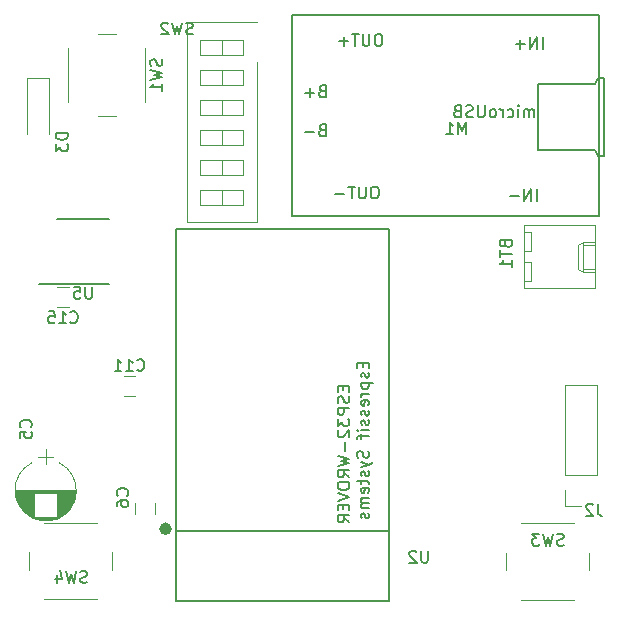
<source format=gbo>
G04 #@! TF.FileFunction,Legend,Bot*
%FSLAX46Y46*%
G04 Gerber Fmt 4.6, Leading zero omitted, Abs format (unit mm)*
G04 Created by KiCad (PCBNEW 4.0.6) date 10/19/17 05:59:14*
%MOMM*%
%LPD*%
G01*
G04 APERTURE LIST*
%ADD10C,0.100000*%
%ADD11C,0.500000*%
%ADD12C,0.150000*%
%ADD13C,0.120000*%
G04 APERTURE END LIST*
D10*
D11*
X180111981Y-132080000D02*
G75*
G03X180111981Y-132080000I-283981J0D01*
G01*
D12*
X198734000Y-132226000D02*
X180734000Y-132226000D01*
X180734000Y-138226000D02*
X180734000Y-106726000D01*
X198734000Y-138226000D02*
X198734000Y-106726000D01*
X198734000Y-106726000D02*
X180734000Y-106726000D01*
X198734000Y-138226000D02*
X180734000Y-138226000D01*
D13*
X214442800Y-138088000D02*
X209942800Y-138088000D01*
X215692800Y-134088000D02*
X215692800Y-135588000D01*
X209942800Y-131588000D02*
X214442800Y-131588000D01*
X208692800Y-135588000D02*
X208692800Y-134088000D01*
D12*
X216490000Y-105591500D02*
X190500000Y-105591500D01*
X216500000Y-88591500D02*
X190500000Y-88591500D01*
X216970000Y-100451500D02*
X216970000Y-93901500D01*
X216956000Y-100479500D02*
X216448000Y-100479500D01*
X216448000Y-100479500D02*
X216194000Y-99971500D01*
X216194000Y-99971500D02*
X215940000Y-99971500D01*
X216956000Y-93875500D02*
X216448000Y-93875500D01*
X216448000Y-93875500D02*
X216194000Y-94383500D01*
X216194000Y-94383500D02*
X211368000Y-94383500D01*
X211368000Y-94383500D02*
X211368000Y-99971500D01*
X211368000Y-99971500D02*
X215940000Y-99971500D01*
X216496000Y-105591500D02*
X216496000Y-88591500D01*
X190494000Y-88591500D02*
X190494000Y-105591500D01*
D13*
X210149500Y-106389500D02*
X216149500Y-106389500D01*
X216149500Y-106389500D02*
X216149500Y-111669500D01*
X216149500Y-111669500D02*
X210149500Y-111669500D01*
X210149500Y-111669500D02*
X210149500Y-106389500D01*
X216149500Y-107759500D02*
X215149500Y-107759500D01*
X215149500Y-107759500D02*
X215149500Y-110299500D01*
X215149500Y-110299500D02*
X216149500Y-110299500D01*
X215149500Y-107759500D02*
X214719500Y-108009500D01*
X214719500Y-108009500D02*
X214719500Y-110049500D01*
X214719500Y-110049500D02*
X215149500Y-110299500D01*
X216149500Y-108009500D02*
X215149500Y-108009500D01*
X216149500Y-110049500D02*
X215149500Y-110049500D01*
X210149500Y-106959500D02*
X210769500Y-106959500D01*
X210769500Y-106959500D02*
X210769500Y-108559500D01*
X210769500Y-108559500D02*
X210149500Y-108559500D01*
X210149500Y-109499500D02*
X210769500Y-109499500D01*
X210769500Y-109499500D02*
X210769500Y-111099500D01*
X210769500Y-111099500D02*
X210149500Y-111099500D01*
X168492277Y-131114522D02*
G75*
G02X168492000Y-126503220I1179723J2305722D01*
G01*
X170851723Y-131114522D02*
G75*
G03X170852000Y-126503220I-1179723J2305722D01*
G01*
X170851723Y-131114522D02*
G75*
G02X168492000Y-131114380I-1179723J2305722D01*
G01*
X167122000Y-128808800D02*
X172222000Y-128808800D01*
X167122000Y-128848800D02*
X172222000Y-128848800D01*
X167123000Y-128888800D02*
X172221000Y-128888800D01*
X167124000Y-128928800D02*
X172220000Y-128928800D01*
X167126000Y-128968800D02*
X172218000Y-128968800D01*
X167129000Y-129008800D02*
X172215000Y-129008800D01*
X167133000Y-129048800D02*
X172211000Y-129048800D01*
X167137000Y-129088800D02*
X168692000Y-129088800D01*
X170652000Y-129088800D02*
X172207000Y-129088800D01*
X167141000Y-129128800D02*
X168692000Y-129128800D01*
X170652000Y-129128800D02*
X172203000Y-129128800D01*
X167147000Y-129168800D02*
X168692000Y-129168800D01*
X170652000Y-129168800D02*
X172197000Y-129168800D01*
X167153000Y-129208800D02*
X168692000Y-129208800D01*
X170652000Y-129208800D02*
X172191000Y-129208800D01*
X167159000Y-129248800D02*
X168692000Y-129248800D01*
X170652000Y-129248800D02*
X172185000Y-129248800D01*
X167166000Y-129288800D02*
X168692000Y-129288800D01*
X170652000Y-129288800D02*
X172178000Y-129288800D01*
X167174000Y-129328800D02*
X168692000Y-129328800D01*
X170652000Y-129328800D02*
X172170000Y-129328800D01*
X167183000Y-129368800D02*
X168692000Y-129368800D01*
X170652000Y-129368800D02*
X172161000Y-129368800D01*
X167192000Y-129408800D02*
X168692000Y-129408800D01*
X170652000Y-129408800D02*
X172152000Y-129408800D01*
X167202000Y-129448800D02*
X168692000Y-129448800D01*
X170652000Y-129448800D02*
X172142000Y-129448800D01*
X167212000Y-129488800D02*
X168692000Y-129488800D01*
X170652000Y-129488800D02*
X172132000Y-129488800D01*
X167224000Y-129529800D02*
X168692000Y-129529800D01*
X170652000Y-129529800D02*
X172120000Y-129529800D01*
X167236000Y-129569800D02*
X168692000Y-129569800D01*
X170652000Y-129569800D02*
X172108000Y-129569800D01*
X167248000Y-129609800D02*
X168692000Y-129609800D01*
X170652000Y-129609800D02*
X172096000Y-129609800D01*
X167262000Y-129649800D02*
X168692000Y-129649800D01*
X170652000Y-129649800D02*
X172082000Y-129649800D01*
X167276000Y-129689800D02*
X168692000Y-129689800D01*
X170652000Y-129689800D02*
X172068000Y-129689800D01*
X167290000Y-129729800D02*
X168692000Y-129729800D01*
X170652000Y-129729800D02*
X172054000Y-129729800D01*
X167306000Y-129769800D02*
X168692000Y-129769800D01*
X170652000Y-129769800D02*
X172038000Y-129769800D01*
X167322000Y-129809800D02*
X168692000Y-129809800D01*
X170652000Y-129809800D02*
X172022000Y-129809800D01*
X167339000Y-129849800D02*
X168692000Y-129849800D01*
X170652000Y-129849800D02*
X172005000Y-129849800D01*
X167357000Y-129889800D02*
X168692000Y-129889800D01*
X170652000Y-129889800D02*
X171987000Y-129889800D01*
X167376000Y-129929800D02*
X168692000Y-129929800D01*
X170652000Y-129929800D02*
X171968000Y-129929800D01*
X167396000Y-129969800D02*
X168692000Y-129969800D01*
X170652000Y-129969800D02*
X171948000Y-129969800D01*
X167416000Y-130009800D02*
X168692000Y-130009800D01*
X170652000Y-130009800D02*
X171928000Y-130009800D01*
X167438000Y-130049800D02*
X168692000Y-130049800D01*
X170652000Y-130049800D02*
X171906000Y-130049800D01*
X167460000Y-130089800D02*
X168692000Y-130089800D01*
X170652000Y-130089800D02*
X171884000Y-130089800D01*
X167483000Y-130129800D02*
X168692000Y-130129800D01*
X170652000Y-130129800D02*
X171861000Y-130129800D01*
X167507000Y-130169800D02*
X168692000Y-130169800D01*
X170652000Y-130169800D02*
X171837000Y-130169800D01*
X167532000Y-130209800D02*
X168692000Y-130209800D01*
X170652000Y-130209800D02*
X171812000Y-130209800D01*
X167559000Y-130249800D02*
X168692000Y-130249800D01*
X170652000Y-130249800D02*
X171785000Y-130249800D01*
X167586000Y-130289800D02*
X168692000Y-130289800D01*
X170652000Y-130289800D02*
X171758000Y-130289800D01*
X167614000Y-130329800D02*
X168692000Y-130329800D01*
X170652000Y-130329800D02*
X171730000Y-130329800D01*
X167644000Y-130369800D02*
X168692000Y-130369800D01*
X170652000Y-130369800D02*
X171700000Y-130369800D01*
X167675000Y-130409800D02*
X168692000Y-130409800D01*
X170652000Y-130409800D02*
X171669000Y-130409800D01*
X167707000Y-130449800D02*
X168692000Y-130449800D01*
X170652000Y-130449800D02*
X171637000Y-130449800D01*
X167740000Y-130489800D02*
X168692000Y-130489800D01*
X170652000Y-130489800D02*
X171604000Y-130489800D01*
X167775000Y-130529800D02*
X168692000Y-130529800D01*
X170652000Y-130529800D02*
X171569000Y-130529800D01*
X167811000Y-130569800D02*
X168692000Y-130569800D01*
X170652000Y-130569800D02*
X171533000Y-130569800D01*
X167849000Y-130609800D02*
X168692000Y-130609800D01*
X170652000Y-130609800D02*
X171495000Y-130609800D01*
X167889000Y-130649800D02*
X168692000Y-130649800D01*
X170652000Y-130649800D02*
X171455000Y-130649800D01*
X167930000Y-130689800D02*
X168692000Y-130689800D01*
X170652000Y-130689800D02*
X171414000Y-130689800D01*
X167973000Y-130729800D02*
X168692000Y-130729800D01*
X170652000Y-130729800D02*
X171371000Y-130729800D01*
X168018000Y-130769800D02*
X168692000Y-130769800D01*
X170652000Y-130769800D02*
X171326000Y-130769800D01*
X168066000Y-130809800D02*
X168692000Y-130809800D01*
X170652000Y-130809800D02*
X171278000Y-130809800D01*
X168116000Y-130849800D02*
X168692000Y-130849800D01*
X170652000Y-130849800D02*
X171228000Y-130849800D01*
X168168000Y-130889800D02*
X168692000Y-130889800D01*
X170652000Y-130889800D02*
X171176000Y-130889800D01*
X168224000Y-130929800D02*
X168692000Y-130929800D01*
X170652000Y-130929800D02*
X171120000Y-130929800D01*
X168282000Y-130969800D02*
X168692000Y-130969800D01*
X170652000Y-130969800D02*
X171062000Y-130969800D01*
X168345000Y-131009800D02*
X168692000Y-131009800D01*
X170652000Y-131009800D02*
X170999000Y-131009800D01*
X168411000Y-131049800D02*
X170933000Y-131049800D01*
X168483000Y-131089800D02*
X170861000Y-131089800D01*
X168560000Y-131129800D02*
X170784000Y-131129800D01*
X168644000Y-131169800D02*
X170700000Y-131169800D01*
X168738000Y-131209800D02*
X170606000Y-131209800D01*
X168843000Y-131249800D02*
X170501000Y-131249800D01*
X168965000Y-131289800D02*
X170379000Y-131289800D01*
X169113000Y-131329800D02*
X170231000Y-131329800D01*
X169318000Y-131369800D02*
X170026000Y-131369800D01*
X169672000Y-125358800D02*
X169672000Y-126558800D01*
X169022000Y-125958800D02*
X170322000Y-125958800D01*
X177267500Y-130865500D02*
X177267500Y-129865500D01*
X178967500Y-129865500D02*
X178967500Y-130865500D01*
X176284000Y-119165000D02*
X177284000Y-119165000D01*
X177284000Y-120865000D02*
X176284000Y-120865000D01*
X171632500Y-113308500D02*
X170632500Y-113308500D01*
X170632500Y-111608500D02*
X171632500Y-111608500D01*
X168087000Y-93928000D02*
X169987000Y-93928000D01*
X169987000Y-93928000D02*
X169987000Y-98628000D01*
X168087000Y-93928000D02*
X168087000Y-98628000D01*
X171601500Y-95901000D02*
X171601500Y-91401000D01*
X175601500Y-97151000D02*
X174101500Y-97151000D01*
X178101500Y-91401000D02*
X178101500Y-95901000D01*
X174101500Y-90151000D02*
X175601500Y-90151000D01*
X169503600Y-131558400D02*
X174003600Y-131558400D01*
X168253600Y-135558400D02*
X168253600Y-134058400D01*
X174003600Y-138058400D02*
X169503600Y-138058400D01*
X175253600Y-134058400D02*
X175253600Y-135558400D01*
D12*
X170647000Y-105860000D02*
X175047000Y-105860000D01*
X169072000Y-111385000D02*
X175047000Y-111385000D01*
D13*
X187559500Y-89203000D02*
X181629500Y-89203000D01*
X181629500Y-89203000D02*
X181629500Y-106123000D01*
X181629500Y-106123000D02*
X187559500Y-106123000D01*
X187559500Y-106123000D02*
X187559500Y-92583000D01*
X186404500Y-90678000D02*
X186404500Y-91948000D01*
X186404500Y-91948000D02*
X182784500Y-91948000D01*
X182784500Y-91948000D02*
X182784500Y-90678000D01*
X182784500Y-90678000D02*
X186404500Y-90678000D01*
X184594500Y-90678000D02*
X184594500Y-91948000D01*
X186404500Y-93218000D02*
X186404500Y-94488000D01*
X186404500Y-94488000D02*
X182784500Y-94488000D01*
X182784500Y-94488000D02*
X182784500Y-93218000D01*
X182784500Y-93218000D02*
X186404500Y-93218000D01*
X184594500Y-93218000D02*
X184594500Y-94488000D01*
X186404500Y-95758000D02*
X186404500Y-97028000D01*
X186404500Y-97028000D02*
X182784500Y-97028000D01*
X182784500Y-97028000D02*
X182784500Y-95758000D01*
X182784500Y-95758000D02*
X186404500Y-95758000D01*
X184594500Y-95758000D02*
X184594500Y-97028000D01*
X186404500Y-98298000D02*
X186404500Y-99568000D01*
X186404500Y-99568000D02*
X182784500Y-99568000D01*
X182784500Y-99568000D02*
X182784500Y-98298000D01*
X182784500Y-98298000D02*
X186404500Y-98298000D01*
X184594500Y-98298000D02*
X184594500Y-99568000D01*
X186404500Y-100838000D02*
X186404500Y-102108000D01*
X186404500Y-102108000D02*
X182784500Y-102108000D01*
X182784500Y-102108000D02*
X182784500Y-100838000D01*
X182784500Y-100838000D02*
X186404500Y-100838000D01*
X184594500Y-100838000D02*
X184594500Y-102108000D01*
X186404500Y-103378000D02*
X186404500Y-104648000D01*
X186404500Y-104648000D02*
X182784500Y-104648000D01*
X182784500Y-104648000D02*
X182784500Y-103378000D01*
X182784500Y-103378000D02*
X186404500Y-103378000D01*
X184594500Y-103378000D02*
X184594500Y-104648000D01*
X213655600Y-119878800D02*
X216315600Y-119878800D01*
X213655600Y-127558800D02*
X213655600Y-119878800D01*
X216315600Y-127558800D02*
X216315600Y-119878800D01*
X213655600Y-127558800D02*
X216315600Y-127558800D01*
X213655600Y-128828800D02*
X213655600Y-130158800D01*
X213655600Y-130158800D02*
X214985600Y-130158800D01*
D12*
X202052905Y-133945381D02*
X202052905Y-134754905D01*
X202005286Y-134850143D01*
X201957667Y-134897762D01*
X201862429Y-134945381D01*
X201671952Y-134945381D01*
X201576714Y-134897762D01*
X201529095Y-134850143D01*
X201481476Y-134754905D01*
X201481476Y-133945381D01*
X201052905Y-134040619D02*
X201005286Y-133993000D01*
X200910048Y-133945381D01*
X200671952Y-133945381D01*
X200576714Y-133993000D01*
X200529095Y-134040619D01*
X200481476Y-134135857D01*
X200481476Y-134231095D01*
X200529095Y-134373952D01*
X201100524Y-134945381D01*
X200481476Y-134945381D01*
X196520571Y-118015570D02*
X196520571Y-118348904D01*
X197044381Y-118491761D02*
X197044381Y-118015570D01*
X196044381Y-118015570D01*
X196044381Y-118491761D01*
X196996762Y-118872713D02*
X197044381Y-118967951D01*
X197044381Y-119158427D01*
X196996762Y-119253666D01*
X196901524Y-119301285D01*
X196853905Y-119301285D01*
X196758667Y-119253666D01*
X196711048Y-119158427D01*
X196711048Y-119015570D01*
X196663429Y-118920332D01*
X196568190Y-118872713D01*
X196520571Y-118872713D01*
X196425333Y-118920332D01*
X196377714Y-119015570D01*
X196377714Y-119158427D01*
X196425333Y-119253666D01*
X196377714Y-119729856D02*
X197377714Y-119729856D01*
X196425333Y-119729856D02*
X196377714Y-119825094D01*
X196377714Y-120015571D01*
X196425333Y-120110809D01*
X196472952Y-120158428D01*
X196568190Y-120206047D01*
X196853905Y-120206047D01*
X196949143Y-120158428D01*
X196996762Y-120110809D01*
X197044381Y-120015571D01*
X197044381Y-119825094D01*
X196996762Y-119729856D01*
X197044381Y-120634618D02*
X196377714Y-120634618D01*
X196568190Y-120634618D02*
X196472952Y-120682237D01*
X196425333Y-120729856D01*
X196377714Y-120825094D01*
X196377714Y-120920333D01*
X196996762Y-121634619D02*
X197044381Y-121539381D01*
X197044381Y-121348904D01*
X196996762Y-121253666D01*
X196901524Y-121206047D01*
X196520571Y-121206047D01*
X196425333Y-121253666D01*
X196377714Y-121348904D01*
X196377714Y-121539381D01*
X196425333Y-121634619D01*
X196520571Y-121682238D01*
X196615810Y-121682238D01*
X196711048Y-121206047D01*
X196996762Y-122063190D02*
X197044381Y-122158428D01*
X197044381Y-122348904D01*
X196996762Y-122444143D01*
X196901524Y-122491762D01*
X196853905Y-122491762D01*
X196758667Y-122444143D01*
X196711048Y-122348904D01*
X196711048Y-122206047D01*
X196663429Y-122110809D01*
X196568190Y-122063190D01*
X196520571Y-122063190D01*
X196425333Y-122110809D01*
X196377714Y-122206047D01*
X196377714Y-122348904D01*
X196425333Y-122444143D01*
X196996762Y-122872714D02*
X197044381Y-122967952D01*
X197044381Y-123158428D01*
X196996762Y-123253667D01*
X196901524Y-123301286D01*
X196853905Y-123301286D01*
X196758667Y-123253667D01*
X196711048Y-123158428D01*
X196711048Y-123015571D01*
X196663429Y-122920333D01*
X196568190Y-122872714D01*
X196520571Y-122872714D01*
X196425333Y-122920333D01*
X196377714Y-123015571D01*
X196377714Y-123158428D01*
X196425333Y-123253667D01*
X197044381Y-123729857D02*
X196377714Y-123729857D01*
X196044381Y-123729857D02*
X196092000Y-123682238D01*
X196139619Y-123729857D01*
X196092000Y-123777476D01*
X196044381Y-123729857D01*
X196139619Y-123729857D01*
X196377714Y-124063190D02*
X196377714Y-124444142D01*
X197044381Y-124206047D02*
X196187238Y-124206047D01*
X196092000Y-124253666D01*
X196044381Y-124348904D01*
X196044381Y-124444142D01*
X196996762Y-125491762D02*
X197044381Y-125634619D01*
X197044381Y-125872715D01*
X196996762Y-125967953D01*
X196949143Y-126015572D01*
X196853905Y-126063191D01*
X196758667Y-126063191D01*
X196663429Y-126015572D01*
X196615810Y-125967953D01*
X196568190Y-125872715D01*
X196520571Y-125682238D01*
X196472952Y-125587000D01*
X196425333Y-125539381D01*
X196330095Y-125491762D01*
X196234857Y-125491762D01*
X196139619Y-125539381D01*
X196092000Y-125587000D01*
X196044381Y-125682238D01*
X196044381Y-125920334D01*
X196092000Y-126063191D01*
X196377714Y-126396524D02*
X197044381Y-126634619D01*
X196377714Y-126872715D02*
X197044381Y-126634619D01*
X197282476Y-126539381D01*
X197330095Y-126491762D01*
X197377714Y-126396524D01*
X196996762Y-127206048D02*
X197044381Y-127301286D01*
X197044381Y-127491762D01*
X196996762Y-127587001D01*
X196901524Y-127634620D01*
X196853905Y-127634620D01*
X196758667Y-127587001D01*
X196711048Y-127491762D01*
X196711048Y-127348905D01*
X196663429Y-127253667D01*
X196568190Y-127206048D01*
X196520571Y-127206048D01*
X196425333Y-127253667D01*
X196377714Y-127348905D01*
X196377714Y-127491762D01*
X196425333Y-127587001D01*
X196377714Y-127920334D02*
X196377714Y-128301286D01*
X196044381Y-128063191D02*
X196901524Y-128063191D01*
X196996762Y-128110810D01*
X197044381Y-128206048D01*
X197044381Y-128301286D01*
X196996762Y-129015573D02*
X197044381Y-128920335D01*
X197044381Y-128729858D01*
X196996762Y-128634620D01*
X196901524Y-128587001D01*
X196520571Y-128587001D01*
X196425333Y-128634620D01*
X196377714Y-128729858D01*
X196377714Y-128920335D01*
X196425333Y-129015573D01*
X196520571Y-129063192D01*
X196615810Y-129063192D01*
X196711048Y-128587001D01*
X197044381Y-129491763D02*
X196377714Y-129491763D01*
X196472952Y-129491763D02*
X196425333Y-129539382D01*
X196377714Y-129634620D01*
X196377714Y-129777478D01*
X196425333Y-129872716D01*
X196520571Y-129920335D01*
X197044381Y-129920335D01*
X196520571Y-129920335D02*
X196425333Y-129967954D01*
X196377714Y-130063192D01*
X196377714Y-130206049D01*
X196425333Y-130301287D01*
X196520571Y-130348906D01*
X197044381Y-130348906D01*
X196996762Y-130777477D02*
X197044381Y-130872715D01*
X197044381Y-131063191D01*
X196996762Y-131158430D01*
X196901524Y-131206049D01*
X196853905Y-131206049D01*
X196758667Y-131158430D01*
X196711048Y-131063191D01*
X196711048Y-130920334D01*
X196663429Y-130825096D01*
X196568190Y-130777477D01*
X196520571Y-130777477D01*
X196425333Y-130825096D01*
X196377714Y-130920334D01*
X196377714Y-131063191D01*
X196425333Y-131158430D01*
X194869571Y-119991905D02*
X194869571Y-120325239D01*
X195393381Y-120468096D02*
X195393381Y-119991905D01*
X194393381Y-119991905D01*
X194393381Y-120468096D01*
X195345762Y-120849048D02*
X195393381Y-120991905D01*
X195393381Y-121230001D01*
X195345762Y-121325239D01*
X195298143Y-121372858D01*
X195202905Y-121420477D01*
X195107667Y-121420477D01*
X195012429Y-121372858D01*
X194964810Y-121325239D01*
X194917190Y-121230001D01*
X194869571Y-121039524D01*
X194821952Y-120944286D01*
X194774333Y-120896667D01*
X194679095Y-120849048D01*
X194583857Y-120849048D01*
X194488619Y-120896667D01*
X194441000Y-120944286D01*
X194393381Y-121039524D01*
X194393381Y-121277620D01*
X194441000Y-121420477D01*
X195393381Y-121849048D02*
X194393381Y-121849048D01*
X194393381Y-122230001D01*
X194441000Y-122325239D01*
X194488619Y-122372858D01*
X194583857Y-122420477D01*
X194726714Y-122420477D01*
X194821952Y-122372858D01*
X194869571Y-122325239D01*
X194917190Y-122230001D01*
X194917190Y-121849048D01*
X194393381Y-122753810D02*
X194393381Y-123372858D01*
X194774333Y-123039524D01*
X194774333Y-123182382D01*
X194821952Y-123277620D01*
X194869571Y-123325239D01*
X194964810Y-123372858D01*
X195202905Y-123372858D01*
X195298143Y-123325239D01*
X195345762Y-123277620D01*
X195393381Y-123182382D01*
X195393381Y-122896667D01*
X195345762Y-122801429D01*
X195298143Y-122753810D01*
X194488619Y-123753810D02*
X194441000Y-123801429D01*
X194393381Y-123896667D01*
X194393381Y-124134763D01*
X194441000Y-124230001D01*
X194488619Y-124277620D01*
X194583857Y-124325239D01*
X194679095Y-124325239D01*
X194821952Y-124277620D01*
X195393381Y-123706191D01*
X195393381Y-124325239D01*
X195012429Y-124753810D02*
X195012429Y-125515715D01*
X194393381Y-125896667D02*
X195393381Y-126134762D01*
X194679095Y-126325239D01*
X195393381Y-126515715D01*
X194393381Y-126753810D01*
X195393381Y-127706191D02*
X194917190Y-127372857D01*
X195393381Y-127134762D02*
X194393381Y-127134762D01*
X194393381Y-127515715D01*
X194441000Y-127610953D01*
X194488619Y-127658572D01*
X194583857Y-127706191D01*
X194726714Y-127706191D01*
X194821952Y-127658572D01*
X194869571Y-127610953D01*
X194917190Y-127515715D01*
X194917190Y-127134762D01*
X194393381Y-128325238D02*
X194393381Y-128515715D01*
X194441000Y-128610953D01*
X194536238Y-128706191D01*
X194726714Y-128753810D01*
X195060048Y-128753810D01*
X195250524Y-128706191D01*
X195345762Y-128610953D01*
X195393381Y-128515715D01*
X195393381Y-128325238D01*
X195345762Y-128230000D01*
X195250524Y-128134762D01*
X195060048Y-128087143D01*
X194726714Y-128087143D01*
X194536238Y-128134762D01*
X194441000Y-128230000D01*
X194393381Y-128325238D01*
X194393381Y-129039524D02*
X195393381Y-129372857D01*
X194393381Y-129706191D01*
X194869571Y-130039524D02*
X194869571Y-130372858D01*
X195393381Y-130515715D02*
X195393381Y-130039524D01*
X194393381Y-130039524D01*
X194393381Y-130515715D01*
X195393381Y-131515715D02*
X194917190Y-131182381D01*
X195393381Y-130944286D02*
X194393381Y-130944286D01*
X194393381Y-131325239D01*
X194441000Y-131420477D01*
X194488619Y-131468096D01*
X194583857Y-131515715D01*
X194726714Y-131515715D01*
X194821952Y-131468096D01*
X194869571Y-131420477D01*
X194917190Y-131325239D01*
X194917190Y-130944286D01*
X213524933Y-133449962D02*
X213382076Y-133497581D01*
X213143980Y-133497581D01*
X213048742Y-133449962D01*
X213001123Y-133402343D01*
X212953504Y-133307105D01*
X212953504Y-133211867D01*
X213001123Y-133116629D01*
X213048742Y-133069010D01*
X213143980Y-133021390D01*
X213334457Y-132973771D01*
X213429695Y-132926152D01*
X213477314Y-132878533D01*
X213524933Y-132783295D01*
X213524933Y-132688057D01*
X213477314Y-132592819D01*
X213429695Y-132545200D01*
X213334457Y-132497581D01*
X213096361Y-132497581D01*
X212953504Y-132545200D01*
X212620171Y-132497581D02*
X212382076Y-133497581D01*
X212191599Y-132783295D01*
X212001123Y-133497581D01*
X211763028Y-132497581D01*
X211477314Y-132497581D02*
X210858266Y-132497581D01*
X211191600Y-132878533D01*
X211048742Y-132878533D01*
X210953504Y-132926152D01*
X210905885Y-132973771D01*
X210858266Y-133069010D01*
X210858266Y-133307105D01*
X210905885Y-133402343D01*
X210953504Y-133449962D01*
X211048742Y-133497581D01*
X211334457Y-133497581D01*
X211429695Y-133449962D01*
X211477314Y-133402343D01*
X205275524Y-98673881D02*
X205275524Y-97673881D01*
X204942190Y-98388167D01*
X204608857Y-97673881D01*
X204608857Y-98673881D01*
X203608857Y-98673881D02*
X204180286Y-98673881D01*
X203894572Y-98673881D02*
X203894572Y-97673881D01*
X203989810Y-97816738D01*
X204085048Y-97911976D01*
X204180286Y-97959595D01*
X211027543Y-97226381D02*
X211027543Y-96559714D01*
X211027543Y-96654952D02*
X210979924Y-96607333D01*
X210884686Y-96559714D01*
X210741828Y-96559714D01*
X210646590Y-96607333D01*
X210598971Y-96702571D01*
X210598971Y-97226381D01*
X210598971Y-96702571D02*
X210551352Y-96607333D01*
X210456114Y-96559714D01*
X210313257Y-96559714D01*
X210218019Y-96607333D01*
X210170400Y-96702571D01*
X210170400Y-97226381D01*
X209694210Y-97226381D02*
X209694210Y-96559714D01*
X209694210Y-96226381D02*
X209741829Y-96274000D01*
X209694210Y-96321619D01*
X209646591Y-96274000D01*
X209694210Y-96226381D01*
X209694210Y-96321619D01*
X208789448Y-97178762D02*
X208884686Y-97226381D01*
X209075163Y-97226381D01*
X209170401Y-97178762D01*
X209218020Y-97131143D01*
X209265639Y-97035905D01*
X209265639Y-96750190D01*
X209218020Y-96654952D01*
X209170401Y-96607333D01*
X209075163Y-96559714D01*
X208884686Y-96559714D01*
X208789448Y-96607333D01*
X208360877Y-97226381D02*
X208360877Y-96559714D01*
X208360877Y-96750190D02*
X208313258Y-96654952D01*
X208265639Y-96607333D01*
X208170401Y-96559714D01*
X208075162Y-96559714D01*
X207598972Y-97226381D02*
X207694210Y-97178762D01*
X207741829Y-97131143D01*
X207789448Y-97035905D01*
X207789448Y-96750190D01*
X207741829Y-96654952D01*
X207694210Y-96607333D01*
X207598972Y-96559714D01*
X207456114Y-96559714D01*
X207360876Y-96607333D01*
X207313257Y-96654952D01*
X207265638Y-96750190D01*
X207265638Y-97035905D01*
X207313257Y-97131143D01*
X207360876Y-97178762D01*
X207456114Y-97226381D01*
X207598972Y-97226381D01*
X206837067Y-96226381D02*
X206837067Y-97035905D01*
X206789448Y-97131143D01*
X206741829Y-97178762D01*
X206646591Y-97226381D01*
X206456114Y-97226381D01*
X206360876Y-97178762D01*
X206313257Y-97131143D01*
X206265638Y-97035905D01*
X206265638Y-96226381D01*
X205837067Y-97178762D02*
X205694210Y-97226381D01*
X205456114Y-97226381D01*
X205360876Y-97178762D01*
X205313257Y-97131143D01*
X205265638Y-97035905D01*
X205265638Y-96940667D01*
X205313257Y-96845429D01*
X205360876Y-96797810D01*
X205456114Y-96750190D01*
X205646591Y-96702571D01*
X205741829Y-96654952D01*
X205789448Y-96607333D01*
X205837067Y-96512095D01*
X205837067Y-96416857D01*
X205789448Y-96321619D01*
X205741829Y-96274000D01*
X205646591Y-96226381D01*
X205408495Y-96226381D01*
X205265638Y-96274000D01*
X204503733Y-96702571D02*
X204360876Y-96750190D01*
X204313257Y-96797810D01*
X204265638Y-96893048D01*
X204265638Y-97035905D01*
X204313257Y-97131143D01*
X204360876Y-97178762D01*
X204456114Y-97226381D01*
X204837067Y-97226381D01*
X204837067Y-96226381D01*
X204503733Y-96226381D01*
X204408495Y-96274000D01*
X204360876Y-96321619D01*
X204313257Y-96416857D01*
X204313257Y-96512095D01*
X204360876Y-96607333D01*
X204408495Y-96654952D01*
X204503733Y-96702571D01*
X204837067Y-96702571D01*
X193073618Y-98310071D02*
X192930761Y-98357690D01*
X192883142Y-98405310D01*
X192835523Y-98500548D01*
X192835523Y-98643405D01*
X192883142Y-98738643D01*
X192930761Y-98786262D01*
X193025999Y-98833881D01*
X193406952Y-98833881D01*
X193406952Y-97833881D01*
X193073618Y-97833881D01*
X192978380Y-97881500D01*
X192930761Y-97929119D01*
X192883142Y-98024357D01*
X192883142Y-98119595D01*
X192930761Y-98214833D01*
X192978380Y-98262452D01*
X193073618Y-98310071D01*
X193406952Y-98310071D01*
X192406952Y-98452929D02*
X191645047Y-98452929D01*
X193073618Y-95008071D02*
X192930761Y-95055690D01*
X192883142Y-95103310D01*
X192835523Y-95198548D01*
X192835523Y-95341405D01*
X192883142Y-95436643D01*
X192930761Y-95484262D01*
X193025999Y-95531881D01*
X193406952Y-95531881D01*
X193406952Y-94531881D01*
X193073618Y-94531881D01*
X192978380Y-94579500D01*
X192930761Y-94627119D01*
X192883142Y-94722357D01*
X192883142Y-94817595D01*
X192930761Y-94912833D01*
X192978380Y-94960452D01*
X193073618Y-95008071D01*
X193406952Y-95008071D01*
X192406952Y-95150929D02*
X191645047Y-95150929D01*
X192025999Y-95531881D02*
X192025999Y-94769976D01*
X197629048Y-103099881D02*
X197438571Y-103099881D01*
X197343333Y-103147500D01*
X197248095Y-103242738D01*
X197200476Y-103433214D01*
X197200476Y-103766548D01*
X197248095Y-103957024D01*
X197343333Y-104052262D01*
X197438571Y-104099881D01*
X197629048Y-104099881D01*
X197724286Y-104052262D01*
X197819524Y-103957024D01*
X197867143Y-103766548D01*
X197867143Y-103433214D01*
X197819524Y-103242738D01*
X197724286Y-103147500D01*
X197629048Y-103099881D01*
X196771905Y-103099881D02*
X196771905Y-103909405D01*
X196724286Y-104004643D01*
X196676667Y-104052262D01*
X196581429Y-104099881D01*
X196390952Y-104099881D01*
X196295714Y-104052262D01*
X196248095Y-104004643D01*
X196200476Y-103909405D01*
X196200476Y-103099881D01*
X195867143Y-103099881D02*
X195295714Y-103099881D01*
X195581429Y-104099881D02*
X195581429Y-103099881D01*
X194962381Y-103718929D02*
X194200476Y-103718929D01*
X197949048Y-90195881D02*
X197758571Y-90195881D01*
X197663333Y-90243500D01*
X197568095Y-90338738D01*
X197520476Y-90529214D01*
X197520476Y-90862548D01*
X197568095Y-91053024D01*
X197663333Y-91148262D01*
X197758571Y-91195881D01*
X197949048Y-91195881D01*
X198044286Y-91148262D01*
X198139524Y-91053024D01*
X198187143Y-90862548D01*
X198187143Y-90529214D01*
X198139524Y-90338738D01*
X198044286Y-90243500D01*
X197949048Y-90195881D01*
X197091905Y-90195881D02*
X197091905Y-91005405D01*
X197044286Y-91100643D01*
X196996667Y-91148262D01*
X196901429Y-91195881D01*
X196710952Y-91195881D01*
X196615714Y-91148262D01*
X196568095Y-91100643D01*
X196520476Y-91005405D01*
X196520476Y-90195881D01*
X196187143Y-90195881D02*
X195615714Y-90195881D01*
X195901429Y-91195881D02*
X195901429Y-90195881D01*
X195282381Y-90814929D02*
X194520476Y-90814929D01*
X194901428Y-91195881D02*
X194901428Y-90433976D01*
X211242857Y-104303881D02*
X211242857Y-103303881D01*
X210766667Y-104303881D02*
X210766667Y-103303881D01*
X210195238Y-104303881D01*
X210195238Y-103303881D01*
X209719048Y-103922929D02*
X208957143Y-103922929D01*
X211772857Y-91413881D02*
X211772857Y-90413881D01*
X211296667Y-91413881D02*
X211296667Y-90413881D01*
X210725238Y-91413881D01*
X210725238Y-90413881D01*
X210249048Y-91032929D02*
X209487143Y-91032929D01*
X209868095Y-91413881D02*
X209868095Y-90651976D01*
X208598071Y-107973786D02*
X208645690Y-108116643D01*
X208693310Y-108164262D01*
X208788548Y-108211881D01*
X208931405Y-108211881D01*
X209026643Y-108164262D01*
X209074262Y-108116643D01*
X209121881Y-108021405D01*
X209121881Y-107640452D01*
X208121881Y-107640452D01*
X208121881Y-107973786D01*
X208169500Y-108069024D01*
X208217119Y-108116643D01*
X208312357Y-108164262D01*
X208407595Y-108164262D01*
X208502833Y-108116643D01*
X208550452Y-108069024D01*
X208598071Y-107973786D01*
X208598071Y-107640452D01*
X208121881Y-108497595D02*
X208121881Y-109069024D01*
X209121881Y-108783309D02*
X208121881Y-108783309D01*
X209121881Y-109926167D02*
X209121881Y-109354738D01*
X209121881Y-109640452D02*
X208121881Y-109640452D01*
X208264738Y-109545214D01*
X208359976Y-109449976D01*
X208407595Y-109354738D01*
X168403543Y-123480534D02*
X168451162Y-123432915D01*
X168498781Y-123290058D01*
X168498781Y-123194820D01*
X168451162Y-123051962D01*
X168355924Y-122956724D01*
X168260686Y-122909105D01*
X168070210Y-122861486D01*
X167927352Y-122861486D01*
X167736876Y-122909105D01*
X167641638Y-122956724D01*
X167546400Y-123051962D01*
X167498781Y-123194820D01*
X167498781Y-123290058D01*
X167546400Y-123432915D01*
X167594019Y-123480534D01*
X167498781Y-124385296D02*
X167498781Y-123909105D01*
X167974971Y-123861486D01*
X167927352Y-123909105D01*
X167879733Y-124004343D01*
X167879733Y-124242439D01*
X167927352Y-124337677D01*
X167974971Y-124385296D01*
X168070210Y-124432915D01*
X168308305Y-124432915D01*
X168403543Y-124385296D01*
X168451162Y-124337677D01*
X168498781Y-124242439D01*
X168498781Y-124004343D01*
X168451162Y-123909105D01*
X168403543Y-123861486D01*
X176582343Y-129271734D02*
X176629962Y-129224115D01*
X176677581Y-129081258D01*
X176677581Y-128986020D01*
X176629962Y-128843162D01*
X176534724Y-128747924D01*
X176439486Y-128700305D01*
X176249010Y-128652686D01*
X176106152Y-128652686D01*
X175915676Y-128700305D01*
X175820438Y-128747924D01*
X175725200Y-128843162D01*
X175677581Y-128986020D01*
X175677581Y-129081258D01*
X175725200Y-129224115D01*
X175772819Y-129271734D01*
X175677581Y-130128877D02*
X175677581Y-129938400D01*
X175725200Y-129843162D01*
X175772819Y-129795543D01*
X175915676Y-129700305D01*
X176106152Y-129652686D01*
X176487105Y-129652686D01*
X176582343Y-129700305D01*
X176629962Y-129747924D01*
X176677581Y-129843162D01*
X176677581Y-130033639D01*
X176629962Y-130128877D01*
X176582343Y-130176496D01*
X176487105Y-130224115D01*
X176249010Y-130224115D01*
X176153771Y-130176496D01*
X176106152Y-130128877D01*
X176058533Y-130033639D01*
X176058533Y-129843162D01*
X176106152Y-129747924D01*
X176153771Y-129700305D01*
X176249010Y-129652686D01*
X177426857Y-118622143D02*
X177474476Y-118669762D01*
X177617333Y-118717381D01*
X177712571Y-118717381D01*
X177855429Y-118669762D01*
X177950667Y-118574524D01*
X177998286Y-118479286D01*
X178045905Y-118288810D01*
X178045905Y-118145952D01*
X177998286Y-117955476D01*
X177950667Y-117860238D01*
X177855429Y-117765000D01*
X177712571Y-117717381D01*
X177617333Y-117717381D01*
X177474476Y-117765000D01*
X177426857Y-117812619D01*
X176474476Y-118717381D02*
X177045905Y-118717381D01*
X176760191Y-118717381D02*
X176760191Y-117717381D01*
X176855429Y-117860238D01*
X176950667Y-117955476D01*
X177045905Y-118003095D01*
X175522095Y-118717381D02*
X176093524Y-118717381D01*
X175807810Y-118717381D02*
X175807810Y-117717381D01*
X175903048Y-117860238D01*
X175998286Y-117955476D01*
X176093524Y-118003095D01*
X171775357Y-114565643D02*
X171822976Y-114613262D01*
X171965833Y-114660881D01*
X172061071Y-114660881D01*
X172203929Y-114613262D01*
X172299167Y-114518024D01*
X172346786Y-114422786D01*
X172394405Y-114232310D01*
X172394405Y-114089452D01*
X172346786Y-113898976D01*
X172299167Y-113803738D01*
X172203929Y-113708500D01*
X172061071Y-113660881D01*
X171965833Y-113660881D01*
X171822976Y-113708500D01*
X171775357Y-113756119D01*
X170822976Y-114660881D02*
X171394405Y-114660881D01*
X171108691Y-114660881D02*
X171108691Y-113660881D01*
X171203929Y-113803738D01*
X171299167Y-113898976D01*
X171394405Y-113946595D01*
X169918214Y-113660881D02*
X170394405Y-113660881D01*
X170442024Y-114137071D01*
X170394405Y-114089452D01*
X170299167Y-114041833D01*
X170061071Y-114041833D01*
X169965833Y-114089452D01*
X169918214Y-114137071D01*
X169870595Y-114232310D01*
X169870595Y-114470405D01*
X169918214Y-114565643D01*
X169965833Y-114613262D01*
X170061071Y-114660881D01*
X170299167Y-114660881D01*
X170394405Y-114613262D01*
X170442024Y-114565643D01*
X171546781Y-98575905D02*
X170546781Y-98575905D01*
X170546781Y-98814000D01*
X170594400Y-98956858D01*
X170689638Y-99052096D01*
X170784876Y-99099715D01*
X170975352Y-99147334D01*
X171118210Y-99147334D01*
X171308686Y-99099715D01*
X171403924Y-99052096D01*
X171499162Y-98956858D01*
X171546781Y-98814000D01*
X171546781Y-98575905D01*
X170546781Y-99480667D02*
X170546781Y-100099715D01*
X170927733Y-99766381D01*
X170927733Y-99909239D01*
X170975352Y-100004477D01*
X171022971Y-100052096D01*
X171118210Y-100099715D01*
X171356305Y-100099715D01*
X171451543Y-100052096D01*
X171499162Y-100004477D01*
X171546781Y-99909239D01*
X171546781Y-99623524D01*
X171499162Y-99528286D01*
X171451543Y-99480667D01*
X179506262Y-92317667D02*
X179553881Y-92460524D01*
X179553881Y-92698620D01*
X179506262Y-92793858D01*
X179458643Y-92841477D01*
X179363405Y-92889096D01*
X179268167Y-92889096D01*
X179172929Y-92841477D01*
X179125310Y-92793858D01*
X179077690Y-92698620D01*
X179030071Y-92508143D01*
X178982452Y-92412905D01*
X178934833Y-92365286D01*
X178839595Y-92317667D01*
X178744357Y-92317667D01*
X178649119Y-92365286D01*
X178601500Y-92412905D01*
X178553881Y-92508143D01*
X178553881Y-92746239D01*
X178601500Y-92889096D01*
X178553881Y-93222429D02*
X179553881Y-93460524D01*
X178839595Y-93651001D01*
X179553881Y-93841477D01*
X178553881Y-94079572D01*
X179553881Y-94984334D02*
X179553881Y-94412905D01*
X179553881Y-94698619D02*
X178553881Y-94698619D01*
X178696738Y-94603381D01*
X178791976Y-94508143D01*
X178839595Y-94412905D01*
X173189733Y-136599562D02*
X173046876Y-136647181D01*
X172808780Y-136647181D01*
X172713542Y-136599562D01*
X172665923Y-136551943D01*
X172618304Y-136456705D01*
X172618304Y-136361467D01*
X172665923Y-136266229D01*
X172713542Y-136218610D01*
X172808780Y-136170990D01*
X172999257Y-136123371D01*
X173094495Y-136075752D01*
X173142114Y-136028133D01*
X173189733Y-135932895D01*
X173189733Y-135837657D01*
X173142114Y-135742419D01*
X173094495Y-135694800D01*
X172999257Y-135647181D01*
X172761161Y-135647181D01*
X172618304Y-135694800D01*
X172284971Y-135647181D02*
X172046876Y-136647181D01*
X171856399Y-135932895D01*
X171665923Y-136647181D01*
X171427828Y-135647181D01*
X170618304Y-135980514D02*
X170618304Y-136647181D01*
X170856400Y-135599562D02*
X171094495Y-136313848D01*
X170475447Y-136313848D01*
X173608905Y-111587381D02*
X173608905Y-112396905D01*
X173561286Y-112492143D01*
X173513667Y-112539762D01*
X173418429Y-112587381D01*
X173227952Y-112587381D01*
X173132714Y-112539762D01*
X173085095Y-112492143D01*
X173037476Y-112396905D01*
X173037476Y-111587381D01*
X172085095Y-111587381D02*
X172561286Y-111587381D01*
X172608905Y-112063571D01*
X172561286Y-112015952D01*
X172466048Y-111968333D01*
X172227952Y-111968333D01*
X172132714Y-112015952D01*
X172085095Y-112063571D01*
X172037476Y-112158810D01*
X172037476Y-112396905D01*
X172085095Y-112492143D01*
X172132714Y-112539762D01*
X172227952Y-112587381D01*
X172466048Y-112587381D01*
X172561286Y-112539762D01*
X172608905Y-112492143D01*
X182130533Y-90168362D02*
X181987676Y-90215981D01*
X181749580Y-90215981D01*
X181654342Y-90168362D01*
X181606723Y-90120743D01*
X181559104Y-90025505D01*
X181559104Y-89930267D01*
X181606723Y-89835029D01*
X181654342Y-89787410D01*
X181749580Y-89739790D01*
X181940057Y-89692171D01*
X182035295Y-89644552D01*
X182082914Y-89596933D01*
X182130533Y-89501695D01*
X182130533Y-89406457D01*
X182082914Y-89311219D01*
X182035295Y-89263600D01*
X181940057Y-89215981D01*
X181701961Y-89215981D01*
X181559104Y-89263600D01*
X181225771Y-89215981D02*
X180987676Y-90215981D01*
X180797199Y-89501695D01*
X180606723Y-90215981D01*
X180368628Y-89215981D01*
X180035295Y-89311219D02*
X179987676Y-89263600D01*
X179892438Y-89215981D01*
X179654342Y-89215981D01*
X179559104Y-89263600D01*
X179511485Y-89311219D01*
X179463866Y-89406457D01*
X179463866Y-89501695D01*
X179511485Y-89644552D01*
X180082914Y-90215981D01*
X179463866Y-90215981D01*
X216436533Y-129957581D02*
X216436533Y-130671867D01*
X216484153Y-130814724D01*
X216579391Y-130909962D01*
X216722248Y-130957581D01*
X216817486Y-130957581D01*
X216007962Y-130052819D02*
X215960343Y-130005200D01*
X215865105Y-129957581D01*
X215627009Y-129957581D01*
X215531771Y-130005200D01*
X215484152Y-130052819D01*
X215436533Y-130148057D01*
X215436533Y-130243295D01*
X215484152Y-130386152D01*
X216055581Y-130957581D01*
X215436533Y-130957581D01*
M02*

</source>
